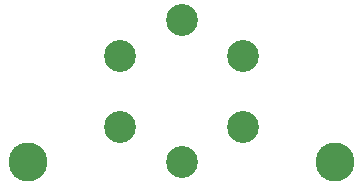
<source format=gbr>
G04 EAGLE Gerber RS-274X export*
G75*
%MOMM*%
%FSLAX34Y34*%
%LPD*%
%INSoldermask Top*%
%IPPOS*%
%AMOC8*
5,1,8,0,0,1.08239X$1,22.5*%
G01*
%ADD10C,3.303200*%
%ADD11C,2.703200*%


D10*
X42509Y53994D03*
X302497Y53994D03*
D11*
X172503Y173984D03*
X172503Y54026D03*
X224463Y84002D03*
X224448Y144028D03*
X120546Y84001D03*
X120559Y143978D03*
M02*

</source>
